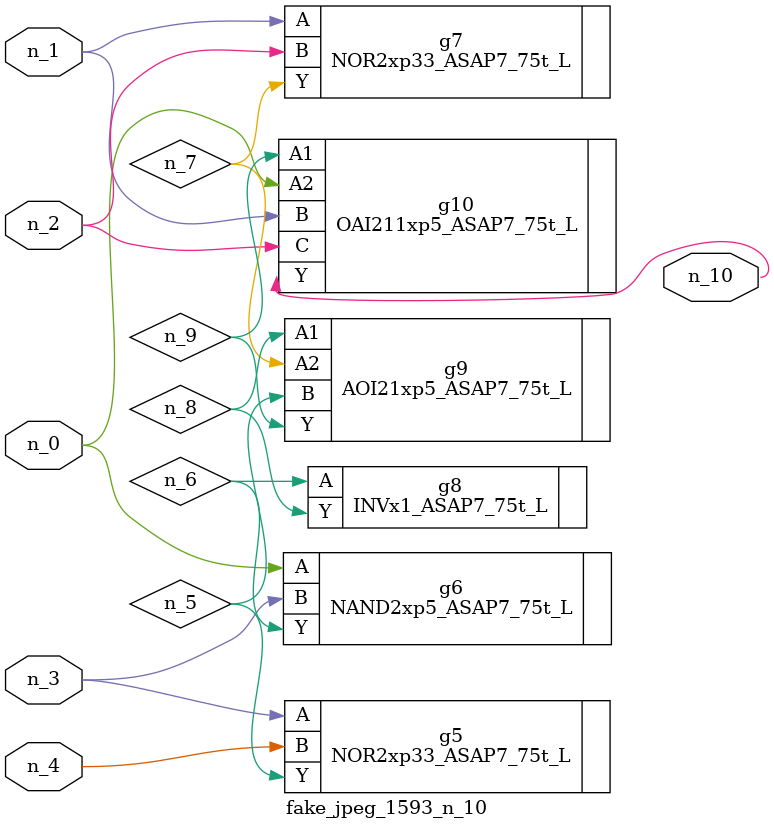
<source format=v>
module fake_jpeg_1593_n_10 (n_3, n_2, n_1, n_0, n_4, n_10);

input n_3;
input n_2;
input n_1;
input n_0;
input n_4;

output n_10;

wire n_8;
wire n_9;
wire n_6;
wire n_5;
wire n_7;

NOR2xp33_ASAP7_75t_L g5 ( 
.A(n_3),
.B(n_4),
.Y(n_5)
);

NAND2xp5_ASAP7_75t_L g6 ( 
.A(n_0),
.B(n_3),
.Y(n_6)
);

NOR2xp33_ASAP7_75t_L g7 ( 
.A(n_1),
.B(n_2),
.Y(n_7)
);

INVx1_ASAP7_75t_L g8 ( 
.A(n_6),
.Y(n_8)
);

AOI21xp5_ASAP7_75t_L g9 ( 
.A1(n_8),
.A2(n_7),
.B(n_5),
.Y(n_9)
);

OAI211xp5_ASAP7_75t_L g10 ( 
.A1(n_9),
.A2(n_0),
.B(n_1),
.C(n_2),
.Y(n_10)
);


endmodule
</source>
